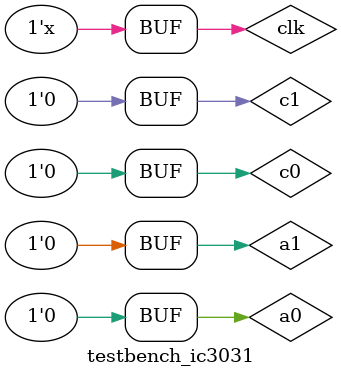
<source format=v>
`timescale 1ns / 1ps

module testbench_ic3031;

	// Inputs
	reg a0;
	reg c0;
	reg a1;
	reg c1;
	reg clk;

	// Outputs
	wire q0;
	wire q1;
	wire y;

	// Instantiate the Unit Under Test (UUT)
	ic3031 uut (
		.a0(a0), 
		.c0(c0), 
		.a1(a1), 
		.c1(c1), 
		.clk(clk), 
		.q0(q0), 
		.q1(q1), 
		.y(y)
	);
    // At 5, 15, 25, .. clk will change 1->0 
    // At 10, 20, 30, .. clk will change 0->1
    initial clk = 1;
	always #5 clk = ~clk;
    
	initial begin
		// Initialize Inputs
		a0 = 0;
		c0 = 0;
		a1 = 0;
		c1 = 0;

		// Wait 5 ns for global reset to finish
		#5;
        
		// Add stimulus here
		
	end
      
endmodule


</source>
